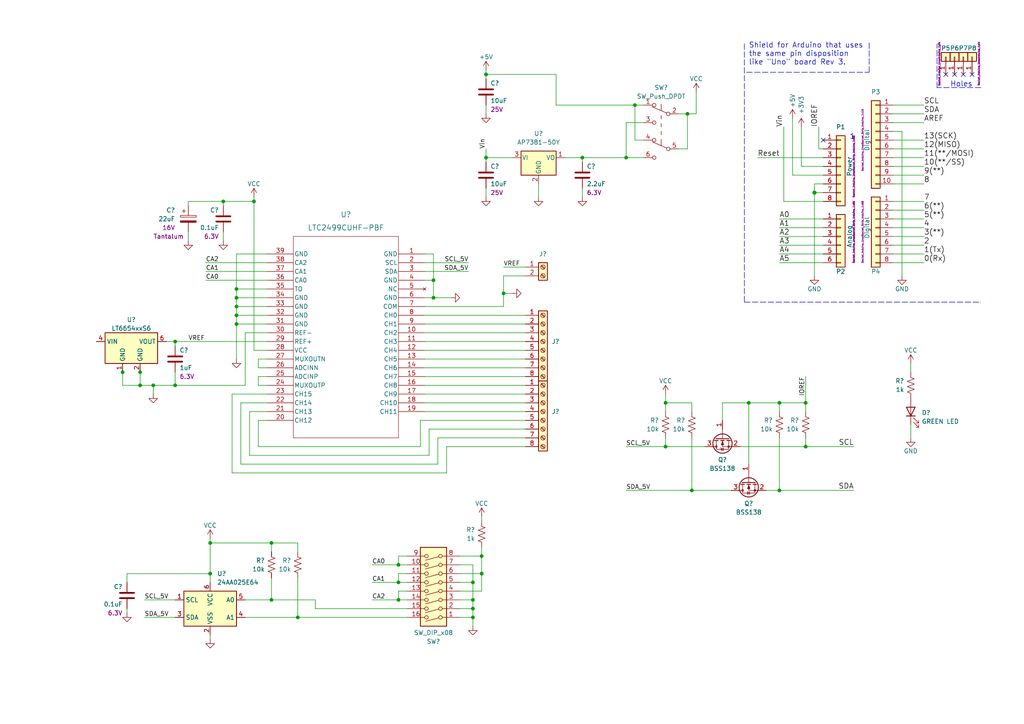
<source format=kicad_sch>
(kicad_sch (version 20211123) (generator eeschema)
  (paper "A4")
  (title_block (date "lun. 30 mars 2015"))
  (lib_symbols
    (symbol "Connector:Screw_Terminal_01x02" (pin_names (offset 1.016) hide)
      (property "Reference" "J" (at 0 2.54 0))
      (property "Value" "Screw_Terminal_01x02" (at 0 -5.08 0))
      (symbol "Screw_Terminal_01x02_1_1"
        (pin passive line (at -5.08 0 0) (length 3.81) (name "Pin_1") (number "1"))
        (pin passive line (at -5.08 -2.54 0) (length 3.81) (name "Pin_2") (number "2"))
      )
    )
    (symbol "Connector:Screw_Terminal_01x08" (pin_names (offset 1.016) hide)
      (property "Reference" "J" (at 0 10.16 0))
      (property "Value" "Screw_Terminal_01x08" (at 0 -12.7 0))
      (symbol "Screw_Terminal_01x08_1_1"
        (pin passive line (at -5.08 7.62 0) (length 3.81) (name "Pin_1") (number "1"))
        (pin passive line (at -5.08 5.08 0) (length 3.81) (name "Pin_2") (number "2"))
        (pin passive line (at -5.08 2.54 0) (length 3.81) (name "Pin_3") (number "3"))
        (pin passive line (at -5.08 0 0) (length 3.81) (name "Pin_4") (number "4"))
        (pin passive line (at -5.08 -2.54 0) (length 3.81) (name "Pin_5") (number "5"))
        (pin passive line (at -5.08 -5.08 0) (length 3.81) (name "Pin_6") (number "6"))
        (pin passive line (at -5.08 -7.62 0) (length 3.81) (name "Pin_7") (number "7"))
        (pin passive line (at -5.08 -10.16 0) (length 3.81) (name "Pin_8") (number "8"))
      )
    )
    (symbol "Connector_Generic:Conn_01x01" (pin_names (offset 1.016) hide)
      (property "Reference" "J" (at 0 2.54 0))
      (property "Value" "Conn_01x01" (at 0 -2.54 0))
      (symbol "Conn_01x01_1_1"
        (pin passive line (at -5.08 0 0) (length 3.81) (name "Pin_1") (number "1"))
      )
    )
    (symbol "Connector_Generic:Conn_01x06" (pin_names (offset 1.016) hide)
      (property "Reference" "J" (at 0 7.62 0))
      (property "Value" "Conn_01x06" (at 0 -10.16 0))
      (symbol "Conn_01x06_1_1"
        (pin passive line (at -5.08 5.08 0) (length 3.81) (name "Pin_1") (number "1"))
        (pin passive line (at -5.08 2.54 0) (length 3.81) (name "Pin_2") (number "2"))
        (pin passive line (at -5.08 0 0) (length 3.81) (name "Pin_3") (number "3"))
        (pin passive line (at -5.08 -2.54 0) (length 3.81) (name "Pin_4") (number "4"))
        (pin passive line (at -5.08 -5.08 0) (length 3.81) (name "Pin_5") (number "5"))
        (pin passive line (at -5.08 -7.62 0) (length 3.81) (name "Pin_6") (number "6"))
      )
    )
    (symbol "Connector_Generic:Conn_01x08" (pin_names (offset 1.016) hide)
      (property "Reference" "J" (at 0 10.16 0))
      (property "Value" "Conn_01x08" (at 0 -12.7 0))
      (symbol "Conn_01x08_1_1"
        (pin passive line (at -5.08 7.62 0) (length 3.81) (name "Pin_1") (number "1"))
        (pin passive line (at -5.08 5.08 0) (length 3.81) (name "Pin_2") (number "2"))
        (pin passive line (at -5.08 2.54 0) (length 3.81) (name "Pin_3") (number "3"))
        (pin passive line (at -5.08 0 0) (length 3.81) (name "Pin_4") (number "4"))
        (pin passive line (at -5.08 -2.54 0) (length 3.81) (name "Pin_5") (number "5"))
        (pin passive line (at -5.08 -5.08 0) (length 3.81) (name "Pin_6") (number "6"))
        (pin passive line (at -5.08 -7.62 0) (length 3.81) (name "Pin_7") (number "7"))
        (pin passive line (at -5.08 -10.16 0) (length 3.81) (name "Pin_8") (number "8"))
      )
    )
    (symbol "Connector_Generic:Conn_01x10" (pin_names (offset 1.016) hide)
      (property "Reference" "J" (at 0 12.7 0))
      (property "Value" "Conn_01x10" (at 0 -15.24 0))
      (symbol "Conn_01x10_1_1"
        (pin passive line (at -5.08 10.16 0) (length 3.81) (name "Pin_1") (number "1"))
        (pin passive line (at -5.08 -12.7 0) (length 3.81) (name "Pin_10") (number "10"))
        (pin passive line (at -5.08 7.62 0) (length 3.81) (name "Pin_2") (number "2"))
        (pin passive line (at -5.08 5.08 0) (length 3.81) (name "Pin_3") (number "3"))
        (pin passive line (at -5.08 2.54 0) (length 3.81) (name "Pin_4") (number "4"))
        (pin passive line (at -5.08 0 0) (length 3.81) (name "Pin_5") (number "5"))
        (pin passive line (at -5.08 -2.54 0) (length 3.81) (name "Pin_6") (number "6"))
        (pin passive line (at -5.08 -5.08 0) (length 3.81) (name "Pin_7") (number "7"))
        (pin passive line (at -5.08 -7.62 0) (length 3.81) (name "Pin_8") (number "8"))
        (pin passive line (at -5.08 -10.16 0) (length 3.81) (name "Pin_9") (number "9"))
      )
    )
    (symbol "Device:C" (pin_numbers hide) (pin_names (offset 0.254))
      (property "Reference" "C" (at 0.635 2.54 0))
      (property "Value" "C" (at 0.635 -2.54 0))
      (symbol "C_1_1"
        (pin passive line (at 0 3.81 270) (length 2.794) (name "~") (number "1"))
        (pin passive line (at 0 -3.81 90) (length 2.794) (name "~") (number "2"))
      )
    )
    (symbol "Device:C_Polarized" (pin_numbers hide) (pin_names (offset 0.254))
      (property "Reference" "C" (at 0.635 2.54 0))
      (property "Value" "C_Polarized" (at 0.635 -2.54 0))
      (symbol "C_Polarized_1_1"
        (pin passive line (at 0 3.81 270) (length 2.794) (name "~") (number "1"))
        (pin passive line (at 0 -3.81 90) (length 2.794) (name "~") (number "2"))
      )
    )
    (symbol "Device:LED" (pin_numbers hide) (pin_names (offset 1.016) hide)
      (property "Reference" "D" (at 0 2.54 0))
      (property "Value" "LED" (at 0 -2.54 0))
      (symbol "LED_1_1"
        (pin passive line (at -3.81 0 0) (length 2.54) (name "K") (number "1"))
        (pin passive line (at 3.81 0 180) (length 2.54) (name "A") (number "2"))
      )
    )
    (symbol "Device:R_US" (pin_numbers hide) (pin_names (offset 0))
      (property "Reference" "R" (at 2.54 0 90))
      (property "Value" "R_US" (at -2.54 0 90))
      (symbol "R_US_1_1"
        (pin passive line (at 0 3.81 270) (length 1.27) (name "~") (number "1"))
        (pin passive line (at 0 -3.81 90) (length 1.27) (name "~") (number "2"))
      )
    )
    (symbol "ISE_Generic:24AA025E64"
      (property "Reference" "U" (at -7.62 6.35 0))
      (property "Value" "24AA025E64" (at 7.62 6.35 0))
      (symbol "24AA025E64_1_1"
        (pin input line (at -10.16 2.54 0) (length 2.54) (name "SCL") (number "1"))
        (pin power_in line (at 0 -7.62 90) (length 2.54) (name "VSS") (number "2"))
        (pin bidirectional line (at -10.16 -2.54 0) (length 2.54) (name "SDA") (number "3"))
        (pin input line (at 10.16 -2.54 180) (length 2.54) (name "A1") (number "4"))
        (pin input line (at 10.16 2.54 180) (length 2.54) (name "A0") (number "5"))
        (pin power_in line (at 0 7.62 270) (length 2.54) (name "VCC") (number "6"))
      )
    )
    (symbol "ISE_Generic:LT6654xxS6"
      (property "Reference" "U" (at -7.62 6.35 0))
      (property "Value" "LT6654xxS6" (at 3.81 6.35 0))
      (symbol "LT6654xxS6_1_1"
        (pin power_in line (at -2.54 -6.35 90) (length 2.54) (name "GND") (number "1"))
        (pin power_in line (at 2.54 -6.35 90) (length 2.54) (name "GND") (number "2"))
        (pin power_in line (at -10.16 2.54 0) (length 2.54) (name "VIN") (number "4"))
        (pin output line (at 10.16 2.54 180) (length 2.54) (name "VOUT") (number "6"))
      )
    )
    (symbol "ISE_UltraLibrarian:LTC2499CUHF-PBF" (pin_names (offset 0.254))
      (property "Reference" "U" (at 22.86 10.16 0))
      (property "Value" "LTC2499CUHF-PBF" (at 22.86 7.62 0))
      (symbol "LTC2499CUHF-PBF_0_1"
        (pin power_in line (at 0 0 0) (length 7.62) (name "GND") (number "1"))
        (pin unspecified line (at 0 -22.86 0) (length 7.62) (name "CH2") (number "10"))
        (pin unspecified line (at 0 -25.4 0) (length 7.62) (name "CH3") (number "11"))
        (pin unspecified line (at 0 -27.94 0) (length 7.62) (name "CH4") (number "12"))
        (pin unspecified line (at 0 -30.48 0) (length 7.62) (name "CH5") (number "13"))
        (pin unspecified line (at 0 -33.02 0) (length 7.62) (name "CH6") (number "14"))
        (pin unspecified line (at 0 -35.56 0) (length 7.62) (name "CH7") (number "15"))
        (pin unspecified line (at 0 -38.1 0) (length 7.62) (name "CH8") (number "16"))
        (pin unspecified line (at 0 -40.64 0) (length 7.62) (name "CH9") (number "17"))
        (pin unspecified line (at 0 -43.18 0) (length 7.62) (name "CH10") (number "18"))
        (pin unspecified line (at 0 -45.72 0) (length 7.62) (name "CH11") (number "19"))
        (pin unspecified line (at 0 -2.54 0) (length 7.62) (name "SCL") (number "2"))
        (pin unspecified line (at 45.72 -48.26 180) (length 7.62) (name "CH12") (number "20"))
        (pin unspecified line (at 45.72 -45.72 180) (length 7.62) (name "CH13") (number "21"))
        (pin unspecified line (at 45.72 -43.18 180) (length 7.62) (name "CH14") (number "22"))
        (pin unspecified line (at 45.72 -40.64 180) (length 7.62) (name "CH15") (number "23"))
        (pin output line (at 45.72 -38.1 180) (length 7.62) (name "MUXOUTP") (number "24"))
        (pin input line (at 45.72 -35.56 180) (length 7.62) (name "ADCINP") (number "25"))
        (pin input line (at 45.72 -33.02 180) (length 7.62) (name "ADCINN") (number "26"))
        (pin output line (at 45.72 -30.48 180) (length 7.62) (name "MUXOUTN") (number "27"))
        (pin power_in line (at 45.72 -27.94 180) (length 7.62) (name "VCC") (number "28"))
        (pin input line (at 45.72 -25.4 180) (length 7.62) (name "REF+") (number "29"))
        (pin bidirectional line (at 0 -5.08 0) (length 7.62) (name "SDA") (number "3"))
        (pin input line (at 45.72 -22.86 180) (length 7.62) (name "REF-") (number "30"))
        (pin power_in line (at 45.72 -20.32 180) (length 7.62) (name "GND") (number "31"))
        (pin power_in line (at 45.72 -17.78 180) (length 7.62) (name "GND") (number "32"))
        (pin power_in line (at 45.72 -15.24 180) (length 7.62) (name "GND") (number "33"))
        (pin power_in line (at 45.72 -12.7 180) (length 7.62) (name "GND") (number "34"))
        (pin input line (at 45.72 -10.16 180) (length 7.62) (name "TO") (number "35"))
        (pin unspecified line (at 45.72 -7.62 180) (length 7.62) (name "CA0") (number "36"))
        (pin unspecified line (at 45.72 -5.08 180) (length 7.62) (name "CA1") (number "37"))
        (pin unspecified line (at 45.72 -2.54 180) (length 7.62) (name "CA2") (number "38"))
        (pin power_in line (at 45.72 0 180) (length 7.62) (name "GND") (number "39"))
        (pin power_in line (at 0 -7.62 0) (length 7.62) (name "GND") (number "4"))
        (pin no_connect line (at 0 -10.16 0) (length 7.62) (name "NC") (number "5"))
        (pin power_in line (at 0 -12.7 0) (length 7.62) (name "GND") (number "6"))
        (pin input line (at 0 -15.24 0) (length 7.62) (name "COM") (number "7"))
        (pin unspecified line (at 0 -17.78 0) (length 7.62) (name "CH0") (number "8"))
        (pin unspecified line (at 0 -20.32 0) (length 7.62) (name "CH1") (number "9"))
      )
    )
    (symbol "Regulator_Linear:AP7384-33Y" (pin_names (offset 0.254))
      (property "Reference" "U" (at -3.81 3.175 0))
      (property "Value" "AP7384-33Y" (at 0 3.175 0))
      (symbol "AP7384-33Y_1_1"
        (pin power_out line (at 7.62 0 180) (length 2.54) (name "VO") (number "1"))
        (pin power_in line (at 0 -7.62 90) (length 2.54) (name "GND") (number "2"))
        (pin power_in line (at -7.62 0 0) (length 2.54) (name "VI") (number "3"))
      )
    )
    (symbol "Switch:SW_DIP_x08" (pin_names (offset 0) hide)
      (property "Reference" "SW" (at 0 13.97 0))
      (property "Value" "SW_DIP_x08" (at 0 -11.43 0))
      (symbol "SW_DIP_x08_1_1"
        (pin passive line (at -7.62 10.16 0) (length 5.08) (name "~") (number "1"))
        (pin passive line (at 7.62 -5.08 180) (length 5.08) (name "~") (number "10"))
        (pin passive line (at 7.62 -2.54 180) (length 5.08) (name "~") (number "11"))
        (pin passive line (at 7.62 0 180) (length 5.08) (name "~") (number "12"))
        (pin passive line (at 7.62 2.54 180) (length 5.08) (name "~") (number "13"))
        (pin passive line (at 7.62 5.08 180) (length 5.08) (name "~") (number "14"))
        (pin passive line (at 7.62 7.62 180) (length 5.08) (name "~") (number "15"))
        (pin passive line (at 7.62 10.16 180) (length 5.08) (name "~") (number "16"))
        (pin passive line (at -7.62 7.62 0) (length 5.08) (name "~") (number "2"))
        (pin passive line (at -7.62 5.08 0) (length 5.08) (name "~") (number "3"))
        (pin passive line (at -7.62 2.54 0) (length 5.08) (name "~") (number "4"))
        (pin passive line (at -7.62 0 0) (length 5.08) (name "~") (number "5"))
        (pin passive line (at -7.62 -2.54 0) (length 5.08) (name "~") (number "6"))
        (pin passive line (at -7.62 -5.08 0) (length 5.08) (name "~") (number "7"))
        (pin passive line (at -7.62 -7.62 0) (length 5.08) (name "~") (number "8"))
        (pin passive line (at 7.62 -7.62 180) (length 5.08) (name "~") (number "9"))
      )
    )
    (symbol "Switch:SW_Push_DPDT" (pin_names (offset 0) hide)
      (property "Reference" "SW" (at 0 8.89 0))
      (property "Value" "SW_Push_DPDT" (at 0 -10.16 0))
      (symbol "SW_Push_DPDT_1_1"
        (pin passive line (at 5.08 7.62 180) (length 2.54) (name "A") (number "1"))
        (pin passive line (at -5.08 5.08 0) (length 2.54) (name "B") (number "2"))
        (pin passive line (at 5.08 2.54 180) (length 2.54) (name "C") (number "3"))
        (pin passive line (at 5.08 -2.54 180) (length 2.54) (name "A") (number "4"))
        (pin passive line (at -5.08 -5.08 0) (length 2.54) (name "B") (number "5"))
        (pin passive line (at 5.08 -7.62 180) (length 2.54) (name "C") (number "6"))
      )
    )
    (symbol "Transistor_FET:BSS138" (pin_names hide)
      (property "Reference" "Q" (at 5.08 1.905 0))
      (property "Value" "BSS138" (at 5.08 0 0))
      (symbol "BSS138_1_1"
        (pin input line (at -5.08 0 0) (length 2.54) (name "G") (number "1"))
        (pin passive line (at 2.54 -5.08 90) (length 2.54) (name "S") (number "2"))
        (pin passive line (at 2.54 5.08 270) (length 2.54) (name "D") (number "3"))
      )
    )
    (symbol "power:+3.3V" (power) (pin_names (offset 0))
      (property "Value" "+3.3V" (at 0 3.556 0))
      (symbol "+3.3V_1_1"
        (pin power_in line (at 0 0 90) (length 0) hide (name "+3V3") (number "1"))
      )
    )
    (symbol "power:+5V" (power) (pin_names (offset 0))
      (property "Value" "+5V" (at 0 3.556 0))
      (symbol "+5V_1_1"
        (pin power_in line (at 0 0 90) (length 0) hide (name "+5V") (number "1"))
      )
    )
    (symbol "power:GND" (power) (pin_names (offset 0))
      (property "Value" "GND" (at 0 -3.81 0))
      (symbol "GND_1_1"
        (pin power_in line (at 0 0 270) (length 0) hide (name "GND") (number "1"))
      )
    )
    (symbol "power:VCC" (power) (pin_names (offset 0))
      (property "Value" "VCC" (at 0 3.81 0))
      (symbol "VCC_1_1"
        (pin power_in line (at 0 0 90) (length 0) hide (name "VCC") (number "1"))
      )
    )
  )
  (junction (at 140.97 21.59))
  (junction (at 60.96 166.37))
  (junction (at 236.22 55.88) (diameter 1.016))
  (junction (at 125.73 81.28))
  (junction (at 115.57 173.99))
  (junction (at 68.58 93.98))
  (junction (at 193.04 129.54))
  (junction (at 68.58 91.44))
  (junction (at 115.57 168.91))
  (junction (at 139.7 161.29))
  (junction (at 137.16 176.53))
  (junction (at 137.16 173.99))
  (junction (at 184.15 30.48))
  (junction (at 199.39 33.02))
  (junction (at 125.73 86.36))
  (junction (at 233.68 129.54))
  (junction (at 68.58 88.9))
  (junction (at 78.74 173.99))
  (junction (at 193.04 116.84))
  (junction (at 140.97 45.72))
  (junction (at 44.45 111.76))
  (junction (at 168.91 45.72))
  (junction (at 181.61 45.72))
  (junction (at 137.16 179.07))
  (junction (at 200.66 142.24))
  (junction (at 73.66 58.42))
  (junction (at 146.05 85.09))
  (junction (at 64.77 58.42))
  (junction (at 115.57 163.83))
  (junction (at 226.06 116.84))
  (junction (at 40.64 111.76))
  (junction (at 35.56 107.95))
  (junction (at 139.7 166.37))
  (junction (at 68.58 83.82))
  (junction (at 50.8 111.76))
  (junction (at 50.8 99.06))
  (junction (at 217.17 116.84))
  (junction (at 137.16 168.91))
  (junction (at 86.36 179.07))
  (junction (at 40.64 107.95))
  (junction (at 60.96 157.48))
  (junction (at 233.68 116.84))
  (junction (at 78.74 157.48))
  (junction (at 68.58 86.36))
  (junction (at 226.06 142.24))
  (no_connect (at 279.4 21.59))
  (no_connect (at 274.32 21.59))
  (no_connect (at 276.86 21.59))
  (no_connect (at 281.94 21.59))
  (no_connect (at 238.76 40.64))
  (wire (pts (xy 60.96 166.37) (xy 60.96 157.48)))
  (wire (pts (xy 121.92 129.54) (xy 121.92 121.92)))
  (wire (pts (xy 73.66 57.15) (xy 73.66 58.42)))
  (wire (pts (xy 71.12 96.52) (xy 71.12 111.76)))
  (wire (pts (xy 152.4 111.76) (xy 123.19 111.76)))
  (wire (pts (xy 91.44 176.53) (xy 91.44 173.99)))
  (wire (pts (xy 238.76 48.26) (xy 232.41 48.26)))
  (wire (pts (xy 152.4 116.84) (xy 123.19 116.84)))
  (wire (pts (xy 133.35 176.53) (xy 137.16 176.53)))
  (wire (pts (xy 133.35 166.37) (xy 139.7 166.37)))
  (wire (pts (xy 238.76 71.12) (xy 226.06 71.12)))
  (wire (pts (xy 68.58 91.44) (xy 77.47 91.44)))
  (wire (pts (xy 118.11 176.53) (xy 91.44 176.53)))
  (wire (pts (xy 107.95 173.99) (xy 115.57 173.99)))
  (wire (pts (xy 50.8 107.95) (xy 50.8 111.76)))
  (wire (pts (xy 226.06 127) (xy 226.06 142.24)))
  (wire (pts (xy 140.97 43.18) (xy 140.97 45.72)))
  (wire (pts (xy 181.61 129.54) (xy 193.04 129.54)))
  (wire (pts (xy 40.64 111.76) (xy 35.56 111.76)))
  (polyline (pts (xy 252.095 20.955) (xy 252.095 12.065)) (stroke (width 0) (type dash)))
  (wire (pts (xy 186.69 40.64) (xy 184.15 40.64)))
  (wire (pts (xy 77.47 116.84) (xy 69.85 116.84)))
  (wire (pts (xy 140.97 45.72) (xy 148.59 45.72)))
  (wire (pts (xy 193.04 114.3) (xy 193.04 116.84)))
  (wire (pts (xy 209.55 121.92) (xy 209.55 116.84)))
  (wire (pts (xy 259.08 63.5) (xy 267.97 63.5)))
  (wire (pts (xy 68.58 91.44) (xy 68.58 88.9)))
  (wire (pts (xy 118.11 171.45) (xy 115.57 171.45)))
  (wire (pts (xy 123.19 76.2) (xy 135.89 76.2)))
  (wire (pts (xy 184.15 30.48) (xy 161.29 30.48)))
  (wire (pts (xy 60.96 157.48) (xy 60.96 156.21)))
  (wire (pts (xy 59.69 78.74) (xy 77.47 78.74)))
  (wire (pts (xy 222.25 142.24) (xy 226.06 142.24)))
  (wire (pts (xy 86.36 160.02) (xy 86.36 157.48)))
  (wire (pts (xy 152.4 96.52) (xy 123.19 96.52)))
  (wire (pts (xy 152.4 80.01) (xy 146.05 80.01)))
  (wire (pts (xy 107.95 163.83) (xy 115.57 163.83)))
  (wire (pts (xy 233.68 129.54) (xy 247.65 129.54)))
  (wire (pts (xy 146.05 85.09) (xy 148.59 85.09)))
  (wire (pts (xy 226.06 116.84) (xy 233.68 116.84)))
  (wire (pts (xy 161.29 21.59) (xy 140.97 21.59)))
  (wire (pts (xy 200.66 119.38) (xy 200.66 116.84)))
  (wire (pts (xy 193.04 129.54) (xy 204.47 129.54)))
  (wire (pts (xy 91.44 173.99) (xy 78.74 173.99)))
  (wire (pts (xy 74.93 129.54) (xy 121.92 129.54)))
  (wire (pts (xy 236.22 53.34) (xy 236.22 55.88)))
  (wire (pts (xy 121.92 121.92) (xy 152.4 121.92)))
  (wire (pts (xy 226.06 119.38) (xy 226.06 116.84)))
  (wire (pts (xy 140.97 30.48) (xy 140.97 33.02)))
  (wire (pts (xy 125.73 86.36) (xy 130.81 86.36)))
  (wire (pts (xy 133.35 163.83) (xy 137.16 163.83)))
  (wire (pts (xy 139.7 171.45) (xy 139.7 166.37)))
  (wire (pts (xy 123.19 88.9) (xy 146.05 88.9)))
  (wire (pts (xy 68.58 93.98) (xy 68.58 91.44)))
  (wire (pts (xy 86.36 179.07) (xy 118.11 179.07)))
  (wire (pts (xy 74.93 104.14) (xy 74.93 106.68)))
  (wire (pts (xy 68.58 93.98) (xy 77.47 93.98)))
  (wire (pts (xy 115.57 173.99) (xy 118.11 173.99)))
  (wire (pts (xy 68.58 73.66) (xy 77.47 73.66)))
  (wire (pts (xy 59.69 81.28) (xy 77.47 81.28)))
  (wire (pts (xy 123.19 86.36) (xy 125.73 86.36)))
  (wire (pts (xy 259.08 43.18) (xy 267.97 43.18)))
  (wire (pts (xy 261.62 38.1) (xy 261.62 80.01)))
  (wire (pts (xy 115.57 166.37) (xy 115.57 168.91)))
  (wire (pts (xy 238.76 53.34) (xy 236.22 53.34)))
  (wire (pts (xy 77.47 121.92) (xy 74.93 121.92)))
  (wire (pts (xy 54.61 69.85) (xy 54.61 67.31)))
  (wire (pts (xy 152.4 109.22) (xy 123.19 109.22)))
  (wire (pts (xy 181.61 35.56) (xy 181.61 45.72)))
  (wire (pts (xy 68.58 88.9) (xy 68.58 86.36)))
  (wire (pts (xy 54.61 58.42) (xy 64.77 58.42)))
  (wire (pts (xy 140.97 45.72) (xy 140.97 46.99)))
  (wire (pts (xy 168.91 54.61) (xy 168.91 57.15)))
  (wire (pts (xy 146.05 77.47) (xy 152.4 77.47)))
  (wire (pts (xy 152.4 119.38) (xy 123.19 119.38)))
  (wire (pts (xy 115.57 168.91) (xy 118.11 168.91)))
  (wire (pts (xy 127 134.62) (xy 127 127)))
  (wire (pts (xy 259.08 53.34) (xy 267.97 53.34)))
  (wire (pts (xy 139.7 166.37) (xy 139.7 161.29)))
  (wire (pts (xy 237.49 43.18) (xy 238.76 43.18)))
  (wire (pts (xy 238.76 50.8) (xy 229.87 50.8)))
  (wire (pts (xy 152.4 91.44) (xy 123.19 91.44)))
  (wire (pts (xy 146.05 85.09) (xy 146.05 88.9)))
  (wire (pts (xy 264.16 123.19) (xy 264.16 127)))
  (wire (pts (xy 50.8 99.06) (xy 50.8 100.33)))
  (wire (pts (xy 115.57 163.83) (xy 118.11 163.83)))
  (wire (pts (xy 137.16 176.53) (xy 137.16 179.07)))
  (wire (pts (xy 152.4 124.46) (xy 124.46 124.46)))
  (wire (pts (xy 115.57 161.29) (xy 115.57 163.83)))
  (wire (pts (xy 133.35 168.91) (xy 137.16 168.91)))
  (wire (pts (xy 115.57 171.45) (xy 115.57 173.99)))
  (wire (pts (xy 168.91 45.72) (xy 168.91 46.99)))
  (wire (pts (xy 41.91 179.07) (xy 50.8 179.07)))
  (wire (pts (xy 264.16 105.41) (xy 264.16 107.95)))
  (wire (pts (xy 259.08 40.64) (xy 267.97 40.64)))
  (wire (pts (xy 68.58 83.82) (xy 68.58 73.66)))
  (wire (pts (xy 152.4 101.6) (xy 123.19 101.6)))
  (wire (pts (xy 40.64 107.95) (xy 40.64 111.76)))
  (wire (pts (xy 259.08 58.42) (xy 267.97 58.42)))
  (wire (pts (xy 238.76 66.04) (xy 226.06 66.04)))
  (wire (pts (xy 199.39 33.02) (xy 199.39 43.18)))
  (wire (pts (xy 74.93 106.68) (xy 77.47 106.68)))
  (wire (pts (xy 259.08 30.48) (xy 267.97 30.48)))
  (wire (pts (xy 137.16 181.61) (xy 137.16 179.07)))
  (wire (pts (xy 123.19 81.28) (xy 125.73 81.28)))
  (wire (pts (xy 68.58 86.36) (xy 77.47 86.36)))
  (wire (pts (xy 181.61 142.24) (xy 200.66 142.24)))
  (wire (pts (xy 259.08 71.12) (xy 267.97 71.12)))
  (wire (pts (xy 139.7 158.75) (xy 139.7 161.29)))
  (wire (pts (xy 69.85 134.62) (xy 127 134.62)))
  (wire (pts (xy 200.66 116.84) (xy 193.04 116.84)))
  (wire (pts (xy 152.4 93.98) (xy 123.19 93.98)))
  (wire (pts (xy 238.76 58.42) (xy 227.33 58.42)))
  (wire (pts (xy 44.45 111.76) (xy 50.8 111.76)))
  (wire (pts (xy 168.91 45.72) (xy 181.61 45.72)))
  (wire (pts (xy 200.66 127) (xy 200.66 142.24)))
  (wire (pts (xy 152.4 106.68) (xy 123.19 106.68)))
  (wire (pts (xy 163.83 45.72) (xy 168.91 45.72)))
  (wire (pts (xy 86.36 157.48) (xy 78.74 157.48)))
  (wire (pts (xy 139.7 161.29) (xy 133.35 161.29)))
  (wire (pts (xy 201.93 33.02) (xy 199.39 33.02)))
  (wire (pts (xy 137.16 168.91) (xy 137.16 173.99)))
  (wire (pts (xy 133.35 179.07) (xy 137.16 179.07)))
  (wire (pts (xy 140.97 21.59) (xy 140.97 22.86)))
  (wire (pts (xy 140.97 54.61) (xy 140.97 57.15)))
  (wire (pts (xy 50.8 99.06) (xy 77.47 99.06)))
  (wire (pts (xy 124.46 132.08) (xy 72.39 132.08)))
  (wire (pts (xy 238.76 63.5) (xy 226.06 63.5)))
  (wire (pts (xy 35.56 111.76) (xy 35.56 107.95)))
  (wire (pts (xy 184.15 30.48) (xy 186.69 30.48)))
  (wire (pts (xy 226.06 142.24) (xy 247.65 142.24)))
  (wire (pts (xy 233.68 127) (xy 233.68 129.54)))
  (wire (pts (xy 259.08 45.72) (xy 267.97 45.72)))
  (wire (pts (xy 238.76 73.66) (xy 226.06 73.66)))
  (wire (pts (xy 35.56 107.95) (xy 35.56 106.68)))
  (wire (pts (xy 68.58 88.9) (xy 77.47 88.9)))
  (wire (pts (xy 69.85 116.84) (xy 69.85 134.62)))
  (wire (pts (xy 201.93 26.67) (xy 201.93 33.02)))
  (wire (pts (xy 74.93 111.76) (xy 77.47 111.76)))
  (polyline (pts (xy 284.48 25.4) (xy 271.78 25.4)) (stroke (width 0) (type dash)))
  (wire (pts (xy 193.04 116.84) (xy 193.04 119.38)))
  (wire (pts (xy 209.55 116.84) (xy 217.17 116.84)))
  (wire (pts (xy 186.69 35.56) (xy 181.61 35.56)))
  (wire (pts (xy 123.19 73.66) (xy 125.73 73.66)))
  (wire (pts (xy 48.26 99.06) (xy 50.8 99.06)))
  (wire (pts (xy 214.63 129.54) (xy 233.68 129.54)))
  (wire (pts (xy 238.76 45.72) (xy 219.71 45.72)))
  (wire (pts (xy 259.08 38.1) (xy 261.62 38.1)))
  (wire (pts (xy 152.4 129.54) (xy 129.54 129.54)))
  (wire (pts (xy 238.76 55.88) (xy 236.22 55.88)))
  (wire (pts (xy 137.16 163.83) (xy 137.16 168.91)))
  (wire (pts (xy 60.96 185.42) (xy 60.96 184.15)))
  (wire (pts (xy 259.08 50.8) (xy 267.97 50.8)))
  (wire (pts (xy 127 127) (xy 152.4 127)))
  (wire (pts (xy 140.97 20.32) (xy 140.97 21.59)))
  (wire (pts (xy 181.61 45.72) (xy 186.69 45.72)))
  (wire (pts (xy 64.77 59.69) (xy 64.77 58.42)))
  (wire (pts (xy 67.31 137.16) (xy 67.31 114.3)))
  (wire (pts (xy 236.22 55.88) (xy 236.22 80.01)))
  (wire (pts (xy 60.96 166.37) (xy 60.96 168.91)))
  (wire (pts (xy 227.33 58.42) (xy 227.33 36.83)))
  (wire (pts (xy 217.17 116.84) (xy 226.06 116.84)))
  (wire (pts (xy 59.69 76.2) (xy 77.47 76.2)))
  (wire (pts (xy 233.68 109.22) (xy 233.68 116.84)))
  (wire (pts (xy 125.73 73.66) (xy 125.73 81.28)))
  (wire (pts (xy 152.4 99.06) (xy 123.19 99.06)))
  (wire (pts (xy 118.11 166.37) (xy 115.57 166.37)))
  (wire (pts (xy 73.66 58.42) (xy 73.66 101.6)))
  (polyline (pts (xy 215.9 87.63) (xy 284.48 87.63)) (stroke (width 0) (type dash)))
  (wire (pts (xy 161.29 30.48) (xy 161.29 21.59)))
  (wire (pts (xy 107.95 168.91) (xy 115.57 168.91)))
  (wire (pts (xy 259.08 68.58) (xy 267.97 68.58)))
  (wire (pts (xy 133.35 173.99) (xy 137.16 173.99)))
  (wire (pts (xy 129.54 137.16) (xy 67.31 137.16)))
  (wire (pts (xy 72.39 132.08) (xy 72.39 119.38)))
  (wire (pts (xy 64.77 58.42) (xy 73.66 58.42)))
  (wire (pts (xy 238.76 76.2) (xy 226.06 76.2)))
  (wire (pts (xy 86.36 167.64) (xy 86.36 179.07)))
  (wire (pts (xy 60.96 157.48) (xy 78.74 157.48)))
  (wire (pts (xy 152.4 114.3) (xy 123.19 114.3)))
  (wire (pts (xy 200.66 142.24) (xy 212.09 142.24)))
  (wire (pts (xy 54.61 59.69) (xy 54.61 58.42)))
  (wire (pts (xy 72.39 119.38) (xy 77.47 119.38)))
  (wire (pts (xy 64.77 69.85) (xy 64.77 67.31)))
  (wire (pts (xy 259.08 73.66) (xy 267.97 73.66)))
  (polyline (pts (xy 271.78 25.4) (xy 271.78 12.7)) (stroke (width 0) (type dash)))
  (wire (pts (xy 217.17 116.84) (xy 217.17 134.62)))
  (wire (pts (xy 133.35 171.45) (xy 139.7 171.45)))
  (wire (pts (xy 77.47 96.52) (xy 71.12 96.52)))
  (wire (pts (xy 156.21 53.34) (xy 156.21 57.15)))
  (wire (pts (xy 193.04 127) (xy 193.04 129.54)))
  (wire (pts (xy 259.08 60.96) (xy 267.97 60.96)))
  (wire (pts (xy 41.91 173.99) (xy 50.8 173.99)))
  (wire (pts (xy 196.85 33.02) (xy 199.39 33.02)))
  (wire (pts (xy 68.58 86.36) (xy 68.58 83.82)))
  (wire (pts (xy 77.47 101.6) (xy 73.66 101.6)))
  (wire (pts (xy 233.68 116.84) (xy 233.68 119.38)))
  (wire (pts (xy 67.31 114.3) (xy 77.47 114.3)))
  (wire (pts (xy 229.87 50.8) (xy 229.87 34.29)))
  (wire (pts (xy 77.47 104.14) (xy 74.93 104.14)))
  (wire (pts (xy 74.93 109.22) (xy 74.93 111.76)))
  (wire (pts (xy 184.15 40.64) (xy 184.15 30.48)))
  (wire (pts (xy 259.08 33.02) (xy 267.97 33.02)))
  (wire (pts (xy 129.54 129.54) (xy 129.54 137.16)))
  (wire (pts (xy 259.08 66.04) (xy 267.97 66.04)))
  (wire (pts (xy 259.08 35.56) (xy 267.97 35.56)))
  (wire (pts (xy 74.93 121.92) (xy 74.93 129.54)))
  (polyline (pts (xy 215.9 12.7) (xy 215.9 87.63)) (stroke (width 0) (type dash)))
  (wire (pts (xy 36.83 166.37) (xy 36.83 168.91)))
  (wire (pts (xy 123.19 78.74) (xy 135.89 78.74)))
  (wire (pts (xy 139.7 151.13) (xy 139.7 149.86)))
  (wire (pts (xy 232.41 48.26) (xy 232.41 36.83)))
  (wire (pts (xy 124.46 124.46) (xy 124.46 132.08)))
  (wire (pts (xy 237.49 36.83) (xy 237.49 43.18)))
  (wire (pts (xy 77.47 109.22) (xy 74.93 109.22)))
  (wire (pts (xy 118.11 161.29) (xy 115.57 161.29)))
  (wire (pts (xy 199.39 43.18) (xy 196.85 43.18)))
  (wire (pts (xy 125.73 81.28) (xy 125.73 86.36)))
  (wire (pts (xy 152.4 104.14) (xy 123.19 104.14)))
  (wire (pts (xy 78.74 173.99) (xy 71.12 173.99)))
  (wire (pts (xy 259.08 76.2) (xy 267.97 76.2)))
  (wire (pts (xy 259.08 48.26) (xy 267.97 48.26)))
  (wire (pts (xy 68.58 83.82) (xy 77.47 83.82)))
  (wire (pts (xy 40.64 106.68) (xy 40.64 107.95)))
  (wire (pts (xy 44.45 111.76) (xy 44.45 114.3)))
  (wire (pts (xy 44.45 111.76) (xy 40.64 111.76)))
  (wire (pts (xy 60.96 166.37) (xy 36.83 166.37)))
  (wire (pts (xy 146.05 80.01) (xy 146.05 85.09)))
  (wire (pts (xy 50.8 111.76) (xy 71.12 111.76)))
  (wire (pts (xy 68.58 104.14) (xy 68.58 93.98)))
  (wire (pts (xy 238.76 68.58) (xy 226.06 68.58)))
  (wire (pts (xy 78.74 167.64) (xy 78.74 173.99)))
  (wire (pts (xy 137.16 173.99) (xy 137.16 176.53)))
  (wire (pts (xy 36.83 176.53) (xy 36.83 177.8)))
  (wire (pts (xy 86.36 179.07) (xy 71.12 179.07)))
  (wire (pts (xy 78.74 160.02) (xy 78.74 157.48)))
  (polyline (pts (xy 216.535 20.955) (xy 252.095 20.955)) (stroke (width 0) (type dash)))
  (text "Holes" (at 275.59 25.4 0) (effects (font (size 1.524 1.524)) (justify left bottom)))
  (text "Shield for Arduino that uses\nthe same pin disposition\nlike \"Uno\" board Rev 3." (at 217.17 19.05 0) (effects (font (size 1.524 1.524)) (justify left bottom)))
  (text "1" (at 246.38 40.64 0) (effects (font (size 1.524 1.524)) (justify left bottom)))
  (label "Vin" (at 227.33 36.83 90) (effects (font (size 1.524 1.524))))
  (label "CA2" (at 107.95 173.99 0))
  (label "CA2" (at 59.69 76.2 0))
  (label "0(Rx)" (at 267.97 76.2 0) (effects (font (size 1.524 1.524))))
  (label "A4" (at 226.06 73.66 0) (effects (font (size 1.524 1.524))))
  (label "SDA_5V" (at 135.89 78.74 180))
  (label "IOREF" (at 233.68 109.22 270))
  (label "SCL_5V" (at 135.89 76.2 180))
  (label "4" (at 267.97 66.04 0) (effects (font (size 1.524 1.524))))
  (label "5(**)" (at 267.97 63.5 0) (effects (font (size 1.524 1.524))))
  (label "A2" (at 226.06 68.58 0) (effects (font (size 1.524 1.524))))
  (label "A5" (at 226.06 76.2 0) (effects (font (size 1.524 1.524))))
  (label "A0" (at 226.06 63.5 0) (effects (font (size 1.524 1.524))))
  (label "CA1" (at 59.69 78.74 0))
  (label "A1" (at 226.06 66.04 0) (effects (font (size 1.524 1.524))))
  (label "SDA_5V" (at 181.61 142.24 0))
  (label "10(**/SS)" (at 267.97 48.26 0) (effects (font (size 1.524 1.524))))
  (label "13(SCK)" (at 267.97 40.64 0) (effects (font (size 1.524 1.524))))
  (label "VREF" (at 54.61 99.06 0))
  (label "CA0" (at 59.69 81.28 0))
  (label "SCL_5V" (at 41.91 173.99 0))
  (label "7" (at 267.97 58.42 0) (effects (font (size 1.524 1.524))))
  (label "SDA" (at 267.97 33.02 0) (effects (font (size 1.524 1.524))))
  (label "SDA_5V" (at 41.91 179.07 0))
  (label "A3" (at 226.06 71.12 0) (effects (font (size 1.524 1.524))))
  (label "Reset" (at 219.71 45.72 0) (effects (font (size 1.524 1.524))))
  (label "2" (at 267.97 71.12 0) (effects (font (size 1.524 1.524))))
  (label "12(MISO)" (at 267.97 43.18 0) (effects (font (size 1.524 1.524))))
  (label "3(**)" (at 267.97 68.58 0) (effects (font (size 1.524 1.524))))
  (label "Vin" (at 140.97 43.18 90))
  (label "CA0" (at 107.95 163.83 0))
  (label "VREF" (at 146.05 77.47 0))
  (label "9(**)" (at 267.97 50.8 0) (effects (font (size 1.524 1.524))))
  (label "8" (at 267.97 53.34 0) (effects (font (size 1.524 1.524))))
  (label "SCL" (at 267.97 30.48 0) (effects (font (size 1.524 1.524))))
  (label "IOREF" (at 237.49 36.83 90) (effects (font (size 1.524 1.524))))
  (label "SDA" (at 247.65 142.24 180) (effects (font (size 1.524 1.524))))
  (label "SCL" (at 247.65 129.54 180) (effects (font (size 1.524 1.524))))
  (label "AREF" (at 267.97 35.56 0) (effects (font (size 1.524 1.524))))
  (label "CA1" (at 107.95 168.91 0))
  (label "11(**/MOSI)" (at 267.97 45.72 0) (effects (font (size 1.524 1.524))))
  (label "1(Tx)" (at 267.97 73.66 0) (effects (font (size 1.524 1.524))))
  (label "6(**)" (at 267.97 60.96 0) (effects (font (size 1.524 1.524))))
  (label "SCL_5V" (at 181.61 129.54 0))
  (symbol (lib_id "Connector_Generic:Conn_01x08") (at 243.84 48.26 0) (unit 1)
    (property "Reference" "P1" (at 243.84 36.83 0))
    (property "Value" "Power" (at 246.38 48.26 90))
    (property "Footprint" "Socket_Arduino_Uno:Socket_Strip_Arduino_1x08" (at 247.65 48.26 90) (effects (font (size 0.508 0.508))))
  )
  (symbol (lib_id "power:+3.3V") (at 232.41 36.83 0) (unit 1)
    (property "Reference" "#PWR01" (effects hide))
    (property "Value" "+3.3V" (at 232.41 30.48 90))
  )
  (symbol (lib_id "power:+5V") (at 229.87 34.29 0) (unit 1)
    (property "Reference" "#PWR02" (effects hide))
    (property "Value" "+5V" (at 229.87 29.21 90))
  )
  (symbol (lib_id "power:GND") (at 236.22 80.01 0) (unit 1)
    (property "Reference" "#PWR03" (effects hide))
    (property "Value" "GND" (at 236.22 83.82 0))
  )
  (symbol (lib_id "power:GND") (at 261.62 80.01 0) (unit 1)
    (property "Reference" "#PWR04" (effects hide))
    (property "Value" "GND" (at 261.62 83.82 0))
  )
  (symbol (lib_id "Connector_Generic:Conn_01x06") (at 243.84 68.58 0) (unit 1)
    (property "Reference" "P2" (at 243.84 78.74 0))
    (property "Value" "Analog" (at 246.38 68.58 90))
    (property "Footprint" "Socket_Arduino_Uno:Socket_Strip_Arduino_1x06" (at 247.65 67.31 90) (effects (font (size 0.508 0.508))))
  )
  (symbol (lib_id "Connector_Generic:Conn_01x01") (at 274.32 16.51 90) (unit 1)
    (property "Reference" "P5" (at 274.32 13.97 90))
    (property "Value" "CONN_01X01" (effects hide))
    (property "Footprint" "Socket_Arduino_Uno:Arduino_1pin" (at 272.4404 18.5166 0) (effects (font (size 0.508 0.508))))
  )
  (symbol (lib_id "Connector_Generic:Conn_01x01") (at 276.86 16.51 90) (unit 1)
    (property "Reference" "P6" (at 276.86 13.97 90))
    (property "Value" "CONN_01X01" (effects hide))
    (property "Footprint" "Socket_Arduino_Uno:Arduino_1pin" (effects hide))
  )
  (symbol (lib_id "Connector_Generic:Conn_01x01") (at 279.4 16.51 90) (unit 1)
    (property "Reference" "P7" (at 279.4 13.97 90))
    (property "Value" "CONN_01X01" (effects hide))
    (property "Footprint" "Socket_Arduino_Uno:Arduino_1pin" (effects hide))
  )
  (symbol (lib_id "Connector_Generic:Conn_01x01") (at 281.94 16.51 90) (unit 1)
    (property "Reference" "P8" (at 281.94 13.97 90))
    (property "Value" "CONN_01X01" (effects hide))
    (property "Footprint" "Socket_Arduino_Uno:Arduino_1pin" (at 283.9212 18.4404 0) (effects (font (size 0.508 0.508))))
  )
  (symbol (lib_id "Connector_Generic:Conn_01x08") (at 254 66.04 0) (mirror y) (unit 1)
    (property "Reference" "P4" (at 254 78.74 0))
    (property "Value" "Digital" (at 251.46 66.04 90))
    (property "Footprint" "Socket_Arduino_Uno:Socket_Strip_Arduino_1x08" (at 250.19 67.31 90) (effects (font (size 0.508 0.508))))
  )
  (symbol (lib_id "Connector_Generic:Conn_01x10") (at 254 40.64 0) (mirror y) (unit 1)
    (property "Reference" "P3" (at 254 26.67 0))
    (property "Value" "Digital" (at 251.46 40.64 90))
    (property "Footprint" "Socket_Arduino_Uno:Socket_Strip_Arduino_1x10" (at 250.19 40.64 90) (effects (font (size 0.508 0.508))))
  )
  (symbol (lib_id "Device:R_US") (at 193.04 123.19 180) (unit 1)
    (property "Reference" "R?" (at 191.135 121.92 0) (effects (justify left)))
    (property "Value" "10k" (at 191.135 124.46 0) (effects (justify left)))
    (property "Footprint" "Resistor_SMD:R_0805_2012Metric" (effects hide))
  )
  (symbol (lib_id "power:GND") (at 168.91 57.15 0) (unit 1)
    (property "Reference" "#PWR?" (effects hide))
    (property "Value" "GND" (effects hide))
  )
  (symbol (lib_id "Device:R_US") (at 226.06 123.19 180) (unit 1)
    (property "Reference" "R?" (at 224.155 121.92 0) (effects (justify left)))
    (property "Value" "10k" (at 224.155 124.46 0) (effects (justify left)))
    (property "Footprint" "Resistor_SMD:R_0805_2012Metric" (effects hide))
  )
  (symbol (lib_id "Device:R_US") (at 78.74 163.83 180) (unit 1)
    (property "Reference" "R?" (at 76.835 162.56 0) (effects (justify left)))
    (property "Value" "10k" (at 76.835 165.1 0) (effects (justify left)))
    (property "Footprint" "Resistor_SMD:R_0805_2012Metric" (effects hide))
  )
  (symbol (lib_id "Transistor_FET:BSS138") (at 209.55 127 90) (mirror x) (unit 1)
    (property "Reference" "Q?" (at 209.55 133.35 90))
    (property "Value" "BSS138" (at 209.55 135.89 90))
    (property "Footprint" "Package_TO_SOT_SMD:SOT-23" (effects hide))
    (property "Datasheet" "https://www.onsemi.com/pub/Collateral/BSS138-D.PDF" (effects hide))
  )
  (symbol (lib_id "power:VCC") (at 193.04 114.3 0) (unit 1)
    (property "Reference" "#PWR?" (effects hide))
    (property "Value" "VCC" (at 193.04 110.49 0))
  )
  (symbol (lib_id "power:GND") (at 36.83 177.8 0) (unit 1)
    (property "Reference" "#PWR?" (effects hide))
    (property "Value" "GND" (effects hide))
  )
  (symbol (lib_id "Device:R_US") (at 86.36 163.83 180) (unit 1)
    (property "Reference" "R?" (at 84.455 162.56 0) (effects (justify left)))
    (property "Value" "10k" (at 84.455 165.1 0) (effects (justify left)))
    (property "Footprint" "Resistor_SMD:R_0805_2012Metric" (effects hide))
  )
  (symbol (lib_id "Device:C_Polarized") (at 54.61 63.5 0) (unit 1)
    (property "Reference" "C?" (at 50.8 60.96 0) (effects (justify right)))
    (property "Value" "22uF" (at 50.8 63.5 0) (effects (justify right)))
    (property "Footprint" "Capacitor_Tantalum_SMD:CP_EIA-3216-18_Kemet-A" (effects hide))
    (property "Voltage" "16V" (at 50.8 66.04 0) (effects (justify right)))
    (property "Description" "Tantalum" (at 53.34 68.58 0) (effects (justify right)))
  )
  (symbol (lib_id "power:VCC") (at 264.16 105.41 0) (unit 1)
    (property "Reference" "#PWR?" (effects hide))
    (property "Value" "VCC" (at 264.16 101.6 0))
  )
  (symbol (lib_id "power:GND") (at 60.96 185.42 0) (unit 1)
    (property "Reference" "#PWR?" (effects hide))
    (property "Value" "GND" (effects hide))
  )
  (symbol (lib_id "Switch:SW_Push_DPDT") (at 191.77 38.1 0) (mirror y) (unit 1)
    (property "Reference" "SW?" (at 191.77 25.4 0))
    (property "Value" "SW_Push_DPDT" (at 191.77 27.94 0))
    (property "Footprint" "ISE_UltraLibrarian:SW_JS202011SCQN" (effects hide))
  )
  (symbol (lib_id "Device:R_US") (at 233.68 123.19 180) (unit 1)
    (property "Reference" "R?" (at 231.775 121.92 0) (effects (justify left)))
    (property "Value" "10k" (at 231.775 124.46 0) (effects (justify left)))
    (property "Footprint" "Resistor_SMD:R_0805_2012Metric" (effects hide))
  )
  (symbol (lib_id "Device:C") (at 140.97 26.67 0) (unit 1)
    (property "Reference" "C?" (at 142.24 24.13 0) (effects (justify left)))
    (property "Value" "10uF" (at 142.24 29.21 0) (effects (justify left)))
    (property "Footprint" "Capacitor_SMD:C_0805_2012Metric" (effects hide))
    (property "Voltage" "25V" (at 142.24 31.75 0) (effects (justify left)))
  )
  (symbol (lib_id "ISE_Generic:24AA025E64") (at 60.96 176.53 0) (unit 1)
    (property "Reference" "U?" (at 62.9794 166.37 0) (effects (justify left)))
    (property "Value" "24AA025E64" (at 62.9794 168.91 0) (effects (justify left)))
    (property "Footprint" "Package_TO_SOT_SMD:TSOT-23-6" (effects hide))
    (property "Datasheet" "https://www.microchip.com/en-us/product/24AA025E64" (effects hide))
  )
  (symbol (lib_id "power:VCC") (at 201.93 26.67 0) (unit 1)
    (property "Reference" "#PWR?" (effects hide))
    (property "Value" "VCC" (at 201.93 22.86 0))
  )
  (symbol (lib_id "Connector:Screw_Terminal_01x02") (at 157.48 77.47 0) (unit 1)
    (property "Reference" "J?" (at 157.48 73.66 0))
    (property "Value" "Screw_Terminal_01x02" (effects hide))
    (property "Footprint" "TerminalBlock_RND:TerminalBlock_RND_205-00012_1x02_P5.00mm_Horizontal" (effects hide))
  )
  (symbol (lib_id "power:GND") (at 130.81 86.36 90) (unit 1)
    (property "Reference" "#PWR?" (effects hide))
    (property "Value" "GND" (effects hide))
  )
  (symbol (lib_id "power:GND") (at 148.59 85.09 90) (unit 1)
    (property "Reference" "#PWR?" (effects hide))
    (property "Value" "GND" (effects hide))
  )
  (symbol (lib_id "Device:C") (at 64.77 63.5 0) (mirror y) (unit 1)
    (property "Reference" "C?" (at 63.5 60.96 0) (effects (justify left)))
    (property "Value" "0.1uF" (at 63.5 66.04 0) (effects (justify left)))
    (property "Footprint" "Capacitor_SMD:C_0805_2012Metric" (effects hide))
    (property "Voltage" "6.3V" (at 63.5 68.58 0) (effects (justify left)))
  )
  (symbol (lib_id "power:GND") (at 44.45 114.3 0) (unit 1)
    (property "Reference" "#PWR?" (effects hide))
    (property "Value" "GND" (effects hide))
  )
  (symbol (lib_id "Connector:Screw_Terminal_01x08") (at 157.48 119.38 0) (unit 1)
    (property "Reference" "J?" (at 160.02 119.3799 0) (effects (justify left)))
    (property "Value" "Screw_Terminal_01x08" (effects hide))
    (property "Footprint" "TerminalBlock_TE-Connectivity:TerminalBlock_TE_282834-8_1x08_P2.54mm_Horizontal" (effects hide))
  )
  (symbol (lib_id "Connector:Screw_Terminal_01x08") (at 157.48 99.06 0) (unit 1)
    (property "Reference" "J?" (at 160.02 99.0599 0) (effects (justify left)))
    (property "Value" "Screw_Terminal_01x08" (effects hide))
    (property "Footprint" "TerminalBlock_TE-Connectivity:TerminalBlock_TE_282834-8_1x08_P2.54mm_Horizontal" (effects hide))
  )
  (symbol (lib_id "Device:R_US") (at 139.7 154.94 180) (unit 1)
    (property "Reference" "R?" (at 137.795 153.67 0) (effects (justify left)))
    (property "Value" "1k" (at 137.795 156.21 0) (effects (justify left)))
    (property "Footprint" "Resistor_SMD:R_0805_2012Metric" (effects hide))
  )
  (symbol (lib_id "power:GND") (at 68.58 104.14 0) (unit 1)
    (property "Reference" "#PWR?" (effects hide))
    (property "Value" "GND" (effects hide))
  )
  (symbol (lib_id "power:+5V") (at 140.97 20.32 0) (unit 1)
    (property "Reference" "#PWR?" (effects hide))
    (property "Value" "+5V" (at 140.97 16.51 0))
  )
  (symbol (lib_id "ISE_UltraLibrarian:LTC2499CUHF-PBF") (at 123.19 73.66 0) (mirror y) (unit 1)
    (property "Reference" "U?" (at 100.33 62.23 0) (effects (font (size 1.524 1.524))))
    (property "Value" "LTC2499CUHF-PBF" (at 100.33 66.04 0) (effects (font (size 1.524 1.524))))
    (property "Footprint" "ISE_UltraLibrarian:QFN-38_UHF_LIT" (effects hide))
    (property "Datasheet" "LTC2499CUHF-PBF" (effects hide))
  )
  (symbol (lib_id "Switch:SW_DIP_x08") (at 125.73 168.91 180) (unit 1)
    (property "Reference" "SW?" (at 125.73 186.055 0))
    (property "Value" "SW_DIP_x08" (at 125.73 183.515 0))
    (property "Footprint" "Button_Switch_SMD:SW_DIP_SPSTx08_Slide_6.7x21.88mm_W8.61mm_P2.54mm_LowProfile" (effects hide))
  )
  (symbol (lib_id "Device:C") (at 168.91 50.8 0) (unit 1)
    (property "Reference" "C?" (at 170.18 48.26 0) (effects (justify left)))
    (property "Value" "2.2uF" (at 170.18 53.34 0) (effects (justify left)))
    (property "Footprint" "Capacitor_SMD:C_0805_2012Metric" (effects hide))
    (property "Voltage" "6.3V" (at 170.18 55.88 0) (effects (justify left)))
  )
  (symbol (lib_id "power:VCC") (at 139.7 149.86 0) (unit 1)
    (property "Reference" "#PWR?" (effects hide))
    (property "Value" "VCC" (at 139.7 146.05 0))
  )
  (symbol (lib_id "Regulator_Linear:AP7384-33Y") (at 156.21 45.72 0) (unit 1)
    (property "Reference" "U?" (at 156.21 38.735 0))
    (property "Value" "AP7381-50Y" (at 156.21 41.275 0))
    (property "Footprint" "ISE_Generic:SOT-89-3" (effects hide))
    (property "Datasheet" "https://www.diodes.com/assets/Datasheets/AP7381.pdf" (effects hide))
  )
  (symbol (lib_id "power:GND") (at 64.77 69.85 0) (unit 1)
    (property "Reference" "#PWR?" (effects hide))
    (property "Value" "GND" (effects hide))
  )
  (symbol (lib_id "ISE_Generic:LT6654xxS6") (at 38.1 101.6 0) (unit 1)
    (property "Reference" "U?" (at 38.1 92.71 0))
    (property "Value" "LT6654xxS6" (at 38.1 95.25 0))
    (property "Footprint" "Package_TO_SOT_SMD:TSOT-23-6" (effects hide))
    (property "Datasheet" "https://www.analog.com/en/products/lt6654.html" (effects hide))
  )
  (symbol (lib_id "Device:R_US") (at 264.16 111.76 180) (unit 1)
    (property "Reference" "R?" (at 262.255 110.49 0) (effects (justify left)))
    (property "Value" "1k" (at 262.255 113.03 0) (effects (justify left)))
    (property "Footprint" "Resistor_SMD:R_0805_2012Metric" (effects hide))
  )
  (symbol (lib_id "power:GND") (at 137.16 181.61 0) (unit 1)
    (property "Reference" "#PWR?" (effects hide))
    (property "Value" "GND" (effects hide))
  )
  (symbol (lib_id "Device:C") (at 50.8 104.14 0) (unit 1)
    (property "Reference" "C?" (at 52.07 101.6 0) (effects (justify left)))
    (property "Value" "1uF" (at 52.07 106.68 0) (effects (justify left)))
    (property "Footprint" "Capacitor_SMD:C_0805_2012Metric" (effects hide))
    (property "Voltage" "6.3V" (at 52.07 109.22 0) (effects (justify left)))
  )
  (symbol (lib_id "Device:LED") (at 264.16 119.38 90) (unit 1)
    (property "Reference" "D?" (at 267.335 119.6974 90) (effects (justify right)))
    (property "Value" "GREEN LED" (at 267.335 122.2374 90) (effects (justify right)))
    (property "Footprint" "LED_SMD:LED_0805_2012Metric" (effects hide))
  )
  (symbol (lib_id "Device:C") (at 36.83 172.72 0) (mirror y) (unit 1)
    (property "Reference" "C?" (at 35.56 170.18 0) (effects (justify left)))
    (property "Value" "0.1uF" (at 35.56 175.26 0) (effects (justify left)))
    (property "Footprint" "Capacitor_SMD:C_0805_2012Metric" (effects hide))
    (property "Voltage" "6.3V" (at 35.56 177.8 0) (effects (justify left)))
  )
  (symbol (lib_id "power:VCC") (at 73.66 57.15 0) (unit 1)
    (property "Reference" "#PWR?" (effects hide))
    (property "Value" "VCC" (at 73.66 53.34 0))
  )
  (symbol (lib_id "Device:R_US") (at 200.66 123.19 180) (unit 1)
    (property "Reference" "R?" (at 198.755 121.92 0) (effects (justify left)))
    (property "Value" "10k" (at 198.755 124.46 0) (effects (justify left)))
    (property "Footprint" "Resistor_SMD:R_0805_2012Metric" (effects hide))
  )
  (symbol (lib_id "Transistor_FET:BSS138") (at 217.17 139.7 90) (mirror x) (unit 1)
    (property "Reference" "Q?" (at 217.17 146.05 90))
    (property "Value" "BSS138" (at 217.17 148.59 90))
    (property "Footprint" "Package_TO_SOT_SMD:SOT-23" (effects hide))
    (property "Datasheet" "https://www.onsemi.com/pub/Collateral/BSS138-D.PDF" (effects hide))
  )
  (symbol (lib_id "power:GND") (at 156.21 57.15 0) (unit 1)
    (property "Reference" "#PWR?" (effects hide))
    (property "Value" "GND" (effects hide))
  )
  (symbol (lib_id "power:GND") (at 140.97 33.02 0) (unit 1)
    (property "Reference" "#PWR?" (effects hide))
    (property "Value" "GND" (effects hide))
  )
  (symbol (lib_id "power:GND") (at 264.16 127 0) (unit 1)
    (property "Reference" "#PWR?" (effects hide))
    (property "Value" "GND" (at 264.16 130.81 0))
  )
  (symbol (lib_id "power:VCC") (at 60.96 156.21 0) (unit 1)
    (property "Reference" "#PWR?" (effects hide))
    (property "Value" "VCC" (at 60.96 152.4 0))
  )
  (symbol (lib_id "Device:C") (at 140.97 50.8 0) (unit 1)
    (property "Reference" "C?" (at 142.24 48.26 0) (effects (justify left)))
    (property "Value" "10uF" (at 142.24 53.34 0) (effects (justify left)))
    (property "Footprint" "Capacitor_SMD:C_0805_2012Metric" (effects hide))
    (property "Voltage" "25V" (at 142.24 55.88 0) (effects (justify left)))
  )
  (symbol (lib_id "power:GND") (at 140.97 57.15 0) (unit 1)
    (property "Reference" "#PWR?" (effects hide))
    (property "Value" "GND" (effects hide))
  )
  (symbol (lib_id "power:GND") (at 54.61 69.85 0) (unit 1)
    (property "Reference" "#PWR?" (effects hide))
    (property "Value" "GND" (effects hide))
  )
)
</source>
